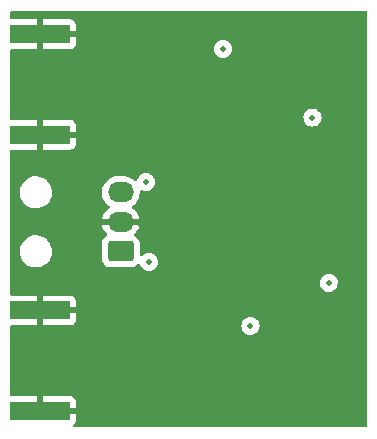
<source format=gbl>
%TF.GenerationSoftware,KiCad,Pcbnew,6.0.2-378541a8eb~116~ubuntu20.04.1*%
%TF.CreationDate,2022-03-10T11:15:54-06:00*%
%TF.ProjectId,lna_sma_10x,6c6e615f-736d-4615-9f31-30782e6b6963,1.0*%
%TF.SameCoordinates,Original*%
%TF.FileFunction,Copper,L4,Bot*%
%TF.FilePolarity,Positive*%
%FSLAX46Y46*%
G04 Gerber Fmt 4.6, Leading zero omitted, Abs format (unit mm)*
G04 Created by KiCad (PCBNEW 6.0.2-378541a8eb~116~ubuntu20.04.1) date 2022-03-10 11:15:54*
%MOMM*%
%LPD*%
G01*
G04 APERTURE LIST*
G04 Aperture macros list*
%AMRoundRect*
0 Rectangle with rounded corners*
0 $1 Rounding radius*
0 $2 $3 $4 $5 $6 $7 $8 $9 X,Y pos of 4 corners*
0 Add a 4 corners polygon primitive as box body*
4,1,4,$2,$3,$4,$5,$6,$7,$8,$9,$2,$3,0*
0 Add four circle primitives for the rounded corners*
1,1,$1+$1,$2,$3*
1,1,$1+$1,$4,$5*
1,1,$1+$1,$6,$7*
1,1,$1+$1,$8,$9*
0 Add four rect primitives between the rounded corners*
20,1,$1+$1,$2,$3,$4,$5,0*
20,1,$1+$1,$4,$5,$6,$7,0*
20,1,$1+$1,$6,$7,$8,$9,0*
20,1,$1+$1,$8,$9,$2,$3,0*%
G04 Aperture macros list end*
%TA.AperFunction,SMDPad,CuDef*%
%ADD10R,5.080000X1.500000*%
%TD*%
%TA.AperFunction,ComponentPad*%
%ADD11RoundRect,0.250000X0.850000X0.600000X-0.850000X0.600000X-0.850000X-0.600000X0.850000X-0.600000X0*%
%TD*%
%TA.AperFunction,ComponentPad*%
%ADD12O,2.200000X1.700000*%
%TD*%
%TA.AperFunction,ViaPad*%
%ADD13C,0.508000*%
%TD*%
%TA.AperFunction,Conductor*%
%ADD14C,0.203200*%
%TD*%
G04 APERTURE END LIST*
D10*
%TO.P,J3,2,Ext*%
%TO.N,GND*%
X103037500Y-62350000D03*
X103037500Y-53850000D03*
%TD*%
D11*
%TO.P,J2,1,Pin_1*%
%TO.N,+5V*%
X109865000Y-72225000D03*
D12*
%TO.P,J2,2,Pin_2*%
%TO.N,GND*%
X109865000Y-69725000D03*
%TO.P,J2,3,Pin_3*%
%TO.N,-5V*%
X109865000Y-67225000D03*
%TD*%
D10*
%TO.P,J1,2,Ext*%
%TO.N,GND*%
X103037488Y-85724996D03*
X103037488Y-77224996D03*
%TD*%
D13*
%TO.N,GND*%
X115375000Y-68500000D03*
%TO.N,+5V*%
X112250000Y-73125000D03*
%TO.N,-5V*%
X112000000Y-66375000D03*
X120850000Y-78525000D03*
%TO.N,GND*%
X111425000Y-69825000D03*
X111225000Y-76925000D03*
X106075000Y-85725000D03*
X106000000Y-77225000D03*
X119400000Y-84075000D03*
X127950000Y-78250000D03*
%TO.N,+5V*%
X127475000Y-74900000D03*
%TO.N,GND*%
X126975000Y-58050000D03*
%TO.N,+5V*%
X126100000Y-60900000D03*
%TO.N,-5V*%
X118525000Y-55075000D03*
%TO.N,GND*%
X106000000Y-62350000D03*
X106275000Y-53850000D03*
X112500000Y-55075000D03*
%TD*%
D14*
%TO.N,GND*%
X106074991Y-85724996D02*
G75*
G02*
X106075000Y-85725000I0J-11D01*
G01*
X106074991Y-85724996D02*
X103037488Y-85724996D01*
X103037488Y-77224996D02*
X105999991Y-77224996D01*
X106000000Y-77225000D02*
G75*
G03*
X105999991Y-77224996I-9J-7D01*
G01*
X103037500Y-62350000D02*
X106000000Y-62350000D01*
X103037500Y-53850000D02*
X106275000Y-53850000D01*
%TD*%
%TA.AperFunction,Conductor*%
%TO.N,GND*%
G36*
X130692121Y-51895002D02*
G01*
X130738614Y-51948658D01*
X130750000Y-52001000D01*
X130750000Y-86999000D01*
X130729998Y-87067121D01*
X130676342Y-87113614D01*
X130624000Y-87125000D01*
X105935533Y-87125000D01*
X105867412Y-87104998D01*
X105820919Y-87051342D01*
X105810815Y-86981068D01*
X105840309Y-86916488D01*
X105859968Y-86898174D01*
X105933212Y-86843281D01*
X105945773Y-86830720D01*
X106022274Y-86728645D01*
X106030812Y-86713050D01*
X106075966Y-86592602D01*
X106079593Y-86577347D01*
X106085119Y-86526482D01*
X106085488Y-86519668D01*
X106085488Y-85997111D01*
X106081013Y-85981872D01*
X106079623Y-85980667D01*
X106071940Y-85978996D01*
X102909488Y-85978996D01*
X102841367Y-85958994D01*
X102794874Y-85905338D01*
X102783488Y-85852996D01*
X102783488Y-85452881D01*
X103291488Y-85452881D01*
X103295963Y-85468120D01*
X103297353Y-85469325D01*
X103305036Y-85470996D01*
X106067372Y-85470996D01*
X106082611Y-85466521D01*
X106083816Y-85465131D01*
X106085487Y-85457448D01*
X106085487Y-84930327D01*
X106085117Y-84923506D01*
X106079593Y-84872644D01*
X106075967Y-84857392D01*
X106030812Y-84736942D01*
X106022274Y-84721347D01*
X105945773Y-84619272D01*
X105933212Y-84606711D01*
X105831137Y-84530210D01*
X105815542Y-84521672D01*
X105695094Y-84476518D01*
X105679839Y-84472891D01*
X105628974Y-84467365D01*
X105622160Y-84466996D01*
X103309603Y-84466996D01*
X103294364Y-84471471D01*
X103293159Y-84472861D01*
X103291488Y-84480544D01*
X103291488Y-85452881D01*
X102783488Y-85452881D01*
X102783488Y-84485112D01*
X102779013Y-84469873D01*
X102777623Y-84468668D01*
X102769940Y-84466997D01*
X100634000Y-84466997D01*
X100565879Y-84446995D01*
X100519386Y-84393339D01*
X100508000Y-84340997D01*
X100508000Y-78608996D01*
X100528002Y-78540875D01*
X100558687Y-78514286D01*
X120082750Y-78514286D01*
X120099443Y-78684536D01*
X120153440Y-78846856D01*
X120157087Y-78852878D01*
X120157088Y-78852880D01*
X120238406Y-78987154D01*
X120238409Y-78987157D01*
X120242056Y-78993180D01*
X120360889Y-79116234D01*
X120504030Y-79209903D01*
X120510634Y-79212359D01*
X120510636Y-79212360D01*
X120657757Y-79267074D01*
X120657759Y-79267074D01*
X120664367Y-79269532D01*
X120743454Y-79280085D01*
X120826949Y-79291226D01*
X120826953Y-79291226D01*
X120833930Y-79292157D01*
X120840941Y-79291519D01*
X120840945Y-79291519D01*
X120997273Y-79277292D01*
X120997275Y-79277292D01*
X121004292Y-79276653D01*
X121010990Y-79274477D01*
X121010993Y-79274476D01*
X121160289Y-79225966D01*
X121160291Y-79225965D01*
X121166985Y-79223790D01*
X121313924Y-79136197D01*
X121437805Y-79018227D01*
X121451079Y-78998249D01*
X121528570Y-78881614D01*
X121532471Y-78875743D01*
X121593218Y-78715826D01*
X121617026Y-78546425D01*
X121617325Y-78525000D01*
X121598256Y-78355000D01*
X121548825Y-78213050D01*
X121544314Y-78200097D01*
X121544313Y-78200095D01*
X121541999Y-78193450D01*
X121451348Y-78048378D01*
X121438159Y-78035096D01*
X121335772Y-77931992D01*
X121330809Y-77926994D01*
X121265539Y-77885573D01*
X121192316Y-77839104D01*
X121192313Y-77839102D01*
X121186373Y-77835333D01*
X121179740Y-77832971D01*
X121031854Y-77780311D01*
X121031849Y-77780310D01*
X121025219Y-77777949D01*
X121018231Y-77777116D01*
X121018228Y-77777115D01*
X120902655Y-77763334D01*
X120855357Y-77757694D01*
X120848354Y-77758430D01*
X120848353Y-77758430D01*
X120803958Y-77763096D01*
X120685228Y-77775575D01*
X120675071Y-77779033D01*
X120529956Y-77828434D01*
X120529953Y-77828435D01*
X120523289Y-77830704D01*
X120377588Y-77920340D01*
X120372557Y-77925267D01*
X120372554Y-77925269D01*
X120365689Y-77931992D01*
X120255366Y-78040028D01*
X120251547Y-78045953D01*
X120251546Y-78045955D01*
X120246135Y-78054352D01*
X120162698Y-78183820D01*
X120160287Y-78190443D01*
X120160286Y-78190446D01*
X120106600Y-78337947D01*
X120106599Y-78337952D01*
X120104190Y-78344570D01*
X120082750Y-78514286D01*
X100558687Y-78514286D01*
X100581658Y-78494382D01*
X100634000Y-78482996D01*
X102765373Y-78482996D01*
X102780612Y-78478521D01*
X102781817Y-78477131D01*
X102783488Y-78469448D01*
X102783488Y-78464880D01*
X103291488Y-78464880D01*
X103295963Y-78480119D01*
X103297353Y-78481324D01*
X103305036Y-78482995D01*
X105622157Y-78482995D01*
X105628978Y-78482625D01*
X105679840Y-78477101D01*
X105695092Y-78473475D01*
X105815542Y-78428320D01*
X105831137Y-78419782D01*
X105933212Y-78343281D01*
X105945773Y-78330720D01*
X106022274Y-78228645D01*
X106030812Y-78213050D01*
X106075966Y-78092602D01*
X106079593Y-78077347D01*
X106085119Y-78026482D01*
X106085488Y-78019668D01*
X106085488Y-77497111D01*
X106081013Y-77481872D01*
X106079623Y-77480667D01*
X106071940Y-77478996D01*
X103309603Y-77478996D01*
X103294364Y-77483471D01*
X103293159Y-77484861D01*
X103291488Y-77492544D01*
X103291488Y-78464880D01*
X102783488Y-78464880D01*
X102783488Y-76952881D01*
X103291488Y-76952881D01*
X103295963Y-76968120D01*
X103297353Y-76969325D01*
X103305036Y-76970996D01*
X106067372Y-76970996D01*
X106082611Y-76966521D01*
X106083816Y-76965131D01*
X106085487Y-76957448D01*
X106085487Y-76430327D01*
X106085117Y-76423506D01*
X106079593Y-76372644D01*
X106075967Y-76357392D01*
X106030812Y-76236942D01*
X106022274Y-76221347D01*
X105945773Y-76119272D01*
X105933212Y-76106711D01*
X105831137Y-76030210D01*
X105815542Y-76021672D01*
X105695094Y-75976518D01*
X105679839Y-75972891D01*
X105628974Y-75967365D01*
X105622160Y-75966996D01*
X103309603Y-75966996D01*
X103294364Y-75971471D01*
X103293159Y-75972861D01*
X103291488Y-75980544D01*
X103291488Y-76952881D01*
X102783488Y-76952881D01*
X102783488Y-75985112D01*
X102779013Y-75969873D01*
X102777623Y-75968668D01*
X102769940Y-75966997D01*
X100634000Y-75966997D01*
X100565879Y-75946995D01*
X100519386Y-75893339D01*
X100508000Y-75840997D01*
X100508000Y-74889286D01*
X126707750Y-74889286D01*
X126724443Y-75059536D01*
X126778440Y-75221856D01*
X126782087Y-75227878D01*
X126782088Y-75227880D01*
X126863406Y-75362154D01*
X126863409Y-75362157D01*
X126867056Y-75368180D01*
X126985889Y-75491234D01*
X127129030Y-75584903D01*
X127135634Y-75587359D01*
X127135636Y-75587360D01*
X127282757Y-75642074D01*
X127282759Y-75642074D01*
X127289367Y-75644532D01*
X127368454Y-75655085D01*
X127451949Y-75666226D01*
X127451953Y-75666226D01*
X127458930Y-75667157D01*
X127465941Y-75666519D01*
X127465945Y-75666519D01*
X127622273Y-75652292D01*
X127622275Y-75652292D01*
X127629292Y-75651653D01*
X127635990Y-75649477D01*
X127635993Y-75649476D01*
X127785289Y-75600966D01*
X127785291Y-75600965D01*
X127791985Y-75598790D01*
X127938924Y-75511197D01*
X128062805Y-75393227D01*
X128076079Y-75373249D01*
X128153570Y-75256614D01*
X128157471Y-75250743D01*
X128218218Y-75090826D01*
X128242026Y-74921425D01*
X128242325Y-74900000D01*
X128223256Y-74730000D01*
X128166999Y-74568450D01*
X128076348Y-74423378D01*
X128063159Y-74410096D01*
X127960772Y-74306992D01*
X127955809Y-74301994D01*
X127890539Y-74260573D01*
X127817316Y-74214104D01*
X127817313Y-74214102D01*
X127811373Y-74210333D01*
X127804740Y-74207971D01*
X127656854Y-74155311D01*
X127656849Y-74155310D01*
X127650219Y-74152949D01*
X127643231Y-74152116D01*
X127643228Y-74152115D01*
X127527655Y-74138334D01*
X127480357Y-74132694D01*
X127473354Y-74133430D01*
X127473353Y-74133430D01*
X127428958Y-74138096D01*
X127310228Y-74150575D01*
X127300071Y-74154033D01*
X127154956Y-74203434D01*
X127154953Y-74203435D01*
X127148289Y-74205704D01*
X127002588Y-74295340D01*
X126997557Y-74300267D01*
X126997554Y-74300269D01*
X126990689Y-74306992D01*
X126880366Y-74415028D01*
X126876547Y-74420953D01*
X126876546Y-74420955D01*
X126871135Y-74429352D01*
X126787698Y-74558820D01*
X126785287Y-74565443D01*
X126785286Y-74565446D01*
X126731600Y-74712947D01*
X126731599Y-74712952D01*
X126729190Y-74719570D01*
X126707750Y-74889286D01*
X100508000Y-74889286D01*
X100508000Y-72160774D01*
X101323102Y-72160774D01*
X101331751Y-72391158D01*
X101379093Y-72616791D01*
X101381051Y-72621750D01*
X101381052Y-72621752D01*
X101393927Y-72654352D01*
X101463776Y-72831221D01*
X101466543Y-72835780D01*
X101466544Y-72835783D01*
X101528998Y-72938703D01*
X101583377Y-73028317D01*
X101586874Y-73032347D01*
X101685866Y-73146425D01*
X101734477Y-73202445D01*
X101738608Y-73205832D01*
X101908627Y-73345240D01*
X101908633Y-73345244D01*
X101912755Y-73348624D01*
X101917391Y-73351263D01*
X101917394Y-73351265D01*
X102051025Y-73427332D01*
X102113114Y-73462675D01*
X102329825Y-73541337D01*
X102335074Y-73542286D01*
X102335077Y-73542287D01*
X102552608Y-73581623D01*
X102552615Y-73581624D01*
X102556692Y-73582361D01*
X102573889Y-73583172D01*
X102579356Y-73583430D01*
X102579363Y-73583430D01*
X102580844Y-73583500D01*
X102742890Y-73583500D01*
X102809809Y-73577822D01*
X102909409Y-73569371D01*
X102909413Y-73569370D01*
X102914720Y-73568920D01*
X102919875Y-73567582D01*
X102919881Y-73567581D01*
X103132703Y-73512343D01*
X103132707Y-73512342D01*
X103137872Y-73511001D01*
X103142738Y-73508809D01*
X103142741Y-73508808D01*
X103343202Y-73418507D01*
X103348075Y-73416312D01*
X103539319Y-73287559D01*
X103556464Y-73271204D01*
X103632769Y-73198412D01*
X103706135Y-73128424D01*
X103711613Y-73121062D01*
X103840568Y-72947740D01*
X103843754Y-72943458D01*
X103878357Y-72875400D01*
X108256500Y-72875400D01*
X108256837Y-72878646D01*
X108256837Y-72878650D01*
X108264006Y-72947740D01*
X108267474Y-72981166D01*
X108269655Y-72987702D01*
X108269655Y-72987704D01*
X108283205Y-73028317D01*
X108323450Y-73148946D01*
X108416522Y-73299348D01*
X108541697Y-73424305D01*
X108547927Y-73428145D01*
X108547928Y-73428146D01*
X108685090Y-73512694D01*
X108692262Y-73517115D01*
X108768154Y-73542287D01*
X108853611Y-73570632D01*
X108853613Y-73570632D01*
X108860139Y-73572797D01*
X108866975Y-73573497D01*
X108866978Y-73573498D01*
X108910031Y-73577909D01*
X108964600Y-73583500D01*
X110765400Y-73583500D01*
X110768646Y-73583163D01*
X110768650Y-73583163D01*
X110864308Y-73573238D01*
X110864312Y-73573237D01*
X110871166Y-73572526D01*
X110877702Y-73570345D01*
X110877704Y-73570345D01*
X111009806Y-73526272D01*
X111038946Y-73516550D01*
X111189348Y-73423478D01*
X111312332Y-73300279D01*
X111374613Y-73266201D01*
X111445433Y-73271204D01*
X111502306Y-73313701D01*
X111521062Y-73349526D01*
X111553440Y-73446856D01*
X111557087Y-73452878D01*
X111557088Y-73452880D01*
X111638406Y-73587154D01*
X111638409Y-73587157D01*
X111642056Y-73593180D01*
X111760889Y-73716234D01*
X111904030Y-73809903D01*
X111910634Y-73812359D01*
X111910636Y-73812360D01*
X112057757Y-73867074D01*
X112057759Y-73867074D01*
X112064367Y-73869532D01*
X112143454Y-73880085D01*
X112226949Y-73891226D01*
X112226953Y-73891226D01*
X112233930Y-73892157D01*
X112240941Y-73891519D01*
X112240945Y-73891519D01*
X112397273Y-73877292D01*
X112397275Y-73877292D01*
X112404292Y-73876653D01*
X112410990Y-73874477D01*
X112410993Y-73874476D01*
X112560289Y-73825966D01*
X112560291Y-73825965D01*
X112566985Y-73823790D01*
X112713924Y-73736197D01*
X112837805Y-73618227D01*
X112851079Y-73598249D01*
X112888259Y-73542287D01*
X112932471Y-73475743D01*
X112993218Y-73315826D01*
X112999489Y-73271204D01*
X113016475Y-73150347D01*
X113016475Y-73150344D01*
X113017026Y-73146425D01*
X113017325Y-73125000D01*
X112998256Y-72955000D01*
X112971669Y-72878650D01*
X112944314Y-72800097D01*
X112944313Y-72800095D01*
X112941999Y-72793450D01*
X112851348Y-72648378D01*
X112839027Y-72635970D01*
X112735772Y-72531992D01*
X112730809Y-72526994D01*
X112665539Y-72485573D01*
X112592316Y-72439104D01*
X112592313Y-72439102D01*
X112586373Y-72435333D01*
X112579740Y-72432971D01*
X112431854Y-72380311D01*
X112431849Y-72380310D01*
X112425219Y-72377949D01*
X112418231Y-72377116D01*
X112418228Y-72377115D01*
X112302655Y-72363334D01*
X112255357Y-72357694D01*
X112248354Y-72358430D01*
X112248353Y-72358430D01*
X112203958Y-72363096D01*
X112085228Y-72375575D01*
X112075071Y-72379033D01*
X111929956Y-72428434D01*
X111929953Y-72428435D01*
X111923289Y-72430704D01*
X111777588Y-72520340D01*
X111735744Y-72561316D01*
X111687657Y-72608406D01*
X111624992Y-72641776D01*
X111554233Y-72635970D01*
X111497846Y-72592830D01*
X111473734Y-72526053D01*
X111473500Y-72518382D01*
X111473500Y-71574600D01*
X111466932Y-71511297D01*
X111463238Y-71475692D01*
X111463237Y-71475688D01*
X111462526Y-71468834D01*
X111448317Y-71426243D01*
X111408868Y-71308002D01*
X111406550Y-71301054D01*
X111313478Y-71150652D01*
X111188303Y-71025695D01*
X111042220Y-70935647D01*
X110994727Y-70882876D01*
X110983303Y-70812804D01*
X111011577Y-70747680D01*
X111021364Y-70737218D01*
X111131906Y-70631766D01*
X111138941Y-70623814D01*
X111270141Y-70447475D01*
X111275745Y-70438438D01*
X111375357Y-70242516D01*
X111379357Y-70232665D01*
X111444534Y-70022760D01*
X111446817Y-70012376D01*
X111448861Y-69996957D01*
X111446665Y-69982793D01*
X111433478Y-69979000D01*
X108298808Y-69979000D01*
X108285277Y-69982973D01*
X108283752Y-69993580D01*
X108308477Y-70111421D01*
X108311537Y-70121617D01*
X108392263Y-70326029D01*
X108396994Y-70335561D01*
X108511016Y-70523462D01*
X108517280Y-70532052D01*
X108661327Y-70698052D01*
X108668956Y-70705470D01*
X108700569Y-70731391D01*
X108740564Y-70790051D01*
X108742496Y-70861021D01*
X108705752Y-70921770D01*
X108686983Y-70935969D01*
X108540652Y-71026522D01*
X108415695Y-71151697D01*
X108322885Y-71302262D01*
X108320581Y-71309209D01*
X108281763Y-71426243D01*
X108267203Y-71470139D01*
X108256500Y-71574600D01*
X108256500Y-72875400D01*
X103878357Y-72875400D01*
X103920022Y-72793450D01*
X103948240Y-72737949D01*
X103984321Y-72621752D01*
X104015024Y-72522871D01*
X104016607Y-72517773D01*
X104027034Y-72439104D01*
X104046198Y-72294511D01*
X104046198Y-72294506D01*
X104046898Y-72289226D01*
X104038249Y-72058842D01*
X103990907Y-71833209D01*
X103906224Y-71618779D01*
X103881398Y-71577866D01*
X103789390Y-71426243D01*
X103786623Y-71421683D01*
X103699755Y-71321576D01*
X103639023Y-71251588D01*
X103639021Y-71251586D01*
X103635523Y-71247555D01*
X103593970Y-71213484D01*
X103461373Y-71104760D01*
X103461367Y-71104756D01*
X103457245Y-71101376D01*
X103452609Y-71098737D01*
X103452606Y-71098735D01*
X103261529Y-70989968D01*
X103256886Y-70987325D01*
X103040175Y-70908663D01*
X103034926Y-70907714D01*
X103034923Y-70907713D01*
X102817392Y-70868377D01*
X102817385Y-70868376D01*
X102813308Y-70867639D01*
X102795586Y-70866803D01*
X102790644Y-70866570D01*
X102790637Y-70866570D01*
X102789156Y-70866500D01*
X102627110Y-70866500D01*
X102560191Y-70872178D01*
X102460591Y-70880629D01*
X102460587Y-70880630D01*
X102455280Y-70881080D01*
X102450125Y-70882418D01*
X102450119Y-70882419D01*
X102237297Y-70937657D01*
X102237293Y-70937658D01*
X102232128Y-70938999D01*
X102227262Y-70941191D01*
X102227259Y-70941192D01*
X102118980Y-70989968D01*
X102021925Y-71033688D01*
X101830681Y-71162441D01*
X101663865Y-71321576D01*
X101526246Y-71506542D01*
X101523830Y-71511293D01*
X101523828Y-71511297D01*
X101490008Y-71577817D01*
X101421760Y-71712051D01*
X101420178Y-71717145D01*
X101420177Y-71717148D01*
X101358115Y-71917020D01*
X101353393Y-71932227D01*
X101352692Y-71937516D01*
X101337304Y-72053623D01*
X101323102Y-72160774D01*
X100508000Y-72160774D01*
X100508000Y-67160774D01*
X101323102Y-67160774D01*
X101331751Y-67391158D01*
X101379093Y-67616791D01*
X101463776Y-67831221D01*
X101583377Y-68028317D01*
X101586874Y-68032347D01*
X101673438Y-68132103D01*
X101734477Y-68202445D01*
X101738608Y-68205832D01*
X101908627Y-68345240D01*
X101908633Y-68345244D01*
X101912755Y-68348624D01*
X101917391Y-68351263D01*
X101917394Y-68351265D01*
X102035522Y-68418507D01*
X102113114Y-68462675D01*
X102329825Y-68541337D01*
X102335074Y-68542286D01*
X102335077Y-68542287D01*
X102552608Y-68581623D01*
X102552615Y-68581624D01*
X102556692Y-68582361D01*
X102574414Y-68583197D01*
X102579356Y-68583430D01*
X102579363Y-68583430D01*
X102580844Y-68583500D01*
X102742890Y-68583500D01*
X102809809Y-68577822D01*
X102909409Y-68569371D01*
X102909413Y-68569370D01*
X102914720Y-68568920D01*
X102919875Y-68567582D01*
X102919881Y-68567581D01*
X103132703Y-68512343D01*
X103132707Y-68512342D01*
X103137872Y-68511001D01*
X103142738Y-68508809D01*
X103142741Y-68508808D01*
X103343202Y-68418507D01*
X103348075Y-68416312D01*
X103539319Y-68287559D01*
X103706135Y-68128424D01*
X103843754Y-67943458D01*
X103948240Y-67737949D01*
X103984321Y-67621752D01*
X104015024Y-67522871D01*
X104016607Y-67517773D01*
X104017308Y-67512484D01*
X104046198Y-67294511D01*
X104046198Y-67294506D01*
X104046898Y-67289226D01*
X104042076Y-67160774D01*
X108253102Y-67160774D01*
X108261751Y-67391158D01*
X108309093Y-67616791D01*
X108393776Y-67831221D01*
X108513377Y-68028317D01*
X108516874Y-68032347D01*
X108603438Y-68132103D01*
X108664477Y-68202445D01*
X108668608Y-68205832D01*
X108838627Y-68345240D01*
X108838633Y-68345244D01*
X108842755Y-68348624D01*
X108847395Y-68351265D01*
X108847398Y-68351267D01*
X108874735Y-68366829D01*
X108924041Y-68417912D01*
X108937902Y-68487542D01*
X108911918Y-68553613D01*
X108882768Y-68580851D01*
X108765422Y-68659852D01*
X108757130Y-68666519D01*
X108598100Y-68818228D01*
X108591059Y-68826186D01*
X108459859Y-69002525D01*
X108454255Y-69011562D01*
X108354643Y-69207484D01*
X108350643Y-69217335D01*
X108285466Y-69427240D01*
X108283183Y-69437624D01*
X108281139Y-69453043D01*
X108283335Y-69467207D01*
X108296522Y-69471000D01*
X111431192Y-69471000D01*
X111444723Y-69467027D01*
X111446248Y-69456420D01*
X111421523Y-69338579D01*
X111418463Y-69328383D01*
X111337737Y-69123971D01*
X111333006Y-69114439D01*
X111218984Y-68926538D01*
X111212720Y-68917948D01*
X111068673Y-68751948D01*
X111061042Y-68744528D01*
X110891089Y-68605174D01*
X110882326Y-68599152D01*
X110855289Y-68583762D01*
X110805982Y-68532680D01*
X110792120Y-68463049D01*
X110818103Y-68396978D01*
X110847253Y-68369739D01*
X110900532Y-68333869D01*
X110969319Y-68287559D01*
X111136135Y-68128424D01*
X111273754Y-67943458D01*
X111378240Y-67737949D01*
X111414321Y-67621752D01*
X111445024Y-67522871D01*
X111446607Y-67517773D01*
X111447308Y-67512484D01*
X111476198Y-67294511D01*
X111476198Y-67294506D01*
X111476898Y-67289226D01*
X111472681Y-67176908D01*
X111490113Y-67108086D01*
X111541986Y-67059613D01*
X111611832Y-67046880D01*
X111652388Y-67058828D01*
X111654030Y-67059903D01*
X111665512Y-67064173D01*
X111807757Y-67117074D01*
X111807759Y-67117074D01*
X111814367Y-67119532D01*
X111893454Y-67130085D01*
X111976949Y-67141226D01*
X111976953Y-67141226D01*
X111983930Y-67142157D01*
X111990941Y-67141519D01*
X111990945Y-67141519D01*
X112147273Y-67127292D01*
X112147275Y-67127292D01*
X112154292Y-67126653D01*
X112160990Y-67124477D01*
X112160993Y-67124476D01*
X112310289Y-67075966D01*
X112310291Y-67075965D01*
X112316985Y-67073790D01*
X112463924Y-66986197D01*
X112587805Y-66868227D01*
X112607604Y-66838428D01*
X112678570Y-66731614D01*
X112682471Y-66725743D01*
X112743218Y-66565826D01*
X112757467Y-66464443D01*
X112766475Y-66400347D01*
X112766475Y-66400344D01*
X112767026Y-66396425D01*
X112767325Y-66375000D01*
X112748256Y-66205000D01*
X112742145Y-66187449D01*
X112694314Y-66050097D01*
X112694313Y-66050095D01*
X112691999Y-66043450D01*
X112684528Y-66031493D01*
X112605081Y-65904352D01*
X112601348Y-65898378D01*
X112588159Y-65885096D01*
X112485772Y-65781992D01*
X112480809Y-65776994D01*
X112415539Y-65735573D01*
X112342316Y-65689104D01*
X112342313Y-65689102D01*
X112336373Y-65685333D01*
X112329740Y-65682971D01*
X112181854Y-65630311D01*
X112181849Y-65630310D01*
X112175219Y-65627949D01*
X112168231Y-65627116D01*
X112168228Y-65627115D01*
X112052655Y-65613334D01*
X112005357Y-65607694D01*
X111998354Y-65608430D01*
X111998353Y-65608430D01*
X111953958Y-65613096D01*
X111835228Y-65625575D01*
X111825071Y-65629033D01*
X111679956Y-65678434D01*
X111679953Y-65678435D01*
X111673289Y-65680704D01*
X111527588Y-65770340D01*
X111522557Y-65775267D01*
X111522554Y-65775269D01*
X111515689Y-65781992D01*
X111405366Y-65890028D01*
X111401547Y-65895953D01*
X111401546Y-65895955D01*
X111392183Y-65910484D01*
X111312698Y-66033820D01*
X111306774Y-66050097D01*
X111256782Y-66187449D01*
X111214688Y-66244620D01*
X111148367Y-66269958D01*
X111078875Y-66255417D01*
X111058490Y-66241788D01*
X110891373Y-66104760D01*
X110891367Y-66104756D01*
X110887245Y-66101376D01*
X110882609Y-66098737D01*
X110882606Y-66098735D01*
X110691529Y-65989968D01*
X110686886Y-65987325D01*
X110470175Y-65908663D01*
X110464926Y-65907714D01*
X110464923Y-65907713D01*
X110247392Y-65868377D01*
X110247385Y-65868376D01*
X110243308Y-65867639D01*
X110225586Y-65866803D01*
X110220644Y-65866570D01*
X110220637Y-65866570D01*
X110219156Y-65866500D01*
X109557110Y-65866500D01*
X109490191Y-65872178D01*
X109390591Y-65880629D01*
X109390587Y-65880630D01*
X109385280Y-65881080D01*
X109380125Y-65882418D01*
X109380119Y-65882419D01*
X109167297Y-65937657D01*
X109167293Y-65937658D01*
X109162128Y-65938999D01*
X109157262Y-65941191D01*
X109157259Y-65941192D01*
X109048980Y-65989968D01*
X108951925Y-66033688D01*
X108760681Y-66162441D01*
X108593865Y-66321576D01*
X108456246Y-66506542D01*
X108453830Y-66511293D01*
X108453828Y-66511297D01*
X108422758Y-66572408D01*
X108351760Y-66712051D01*
X108350178Y-66717145D01*
X108350177Y-66717148D01*
X108305089Y-66862356D01*
X108283393Y-66932227D01*
X108282692Y-66937516D01*
X108255693Y-67141226D01*
X108253102Y-67160774D01*
X104042076Y-67160774D01*
X104038249Y-67058842D01*
X103990907Y-66833209D01*
X103950785Y-66731614D01*
X103908185Y-66623744D01*
X103908184Y-66623742D01*
X103906224Y-66618779D01*
X103878086Y-66572408D01*
X103789390Y-66426243D01*
X103786623Y-66421683D01*
X103699755Y-66321576D01*
X103639023Y-66251588D01*
X103639021Y-66251586D01*
X103635523Y-66247555D01*
X103592158Y-66211998D01*
X103461373Y-66104760D01*
X103461367Y-66104756D01*
X103457245Y-66101376D01*
X103452609Y-66098737D01*
X103452606Y-66098735D01*
X103261529Y-65989968D01*
X103256886Y-65987325D01*
X103040175Y-65908663D01*
X103034926Y-65907714D01*
X103034923Y-65907713D01*
X102817392Y-65868377D01*
X102817385Y-65868376D01*
X102813308Y-65867639D01*
X102795586Y-65866803D01*
X102790644Y-65866570D01*
X102790637Y-65866570D01*
X102789156Y-65866500D01*
X102627110Y-65866500D01*
X102560191Y-65872178D01*
X102460591Y-65880629D01*
X102460587Y-65880630D01*
X102455280Y-65881080D01*
X102450125Y-65882418D01*
X102450119Y-65882419D01*
X102237297Y-65937657D01*
X102237293Y-65937658D01*
X102232128Y-65938999D01*
X102227262Y-65941191D01*
X102227259Y-65941192D01*
X102118980Y-65989968D01*
X102021925Y-66033688D01*
X101830681Y-66162441D01*
X101663865Y-66321576D01*
X101526246Y-66506542D01*
X101523830Y-66511293D01*
X101523828Y-66511297D01*
X101492758Y-66572408D01*
X101421760Y-66712051D01*
X101420178Y-66717145D01*
X101420177Y-66717148D01*
X101375089Y-66862356D01*
X101353393Y-66932227D01*
X101352692Y-66937516D01*
X101325693Y-67141226D01*
X101323102Y-67160774D01*
X100508000Y-67160774D01*
X100508000Y-63734000D01*
X100528002Y-63665879D01*
X100581658Y-63619386D01*
X100634000Y-63608000D01*
X102765385Y-63608000D01*
X102780624Y-63603525D01*
X102781829Y-63602135D01*
X102783500Y-63594452D01*
X102783500Y-63589884D01*
X103291500Y-63589884D01*
X103295975Y-63605123D01*
X103297365Y-63606328D01*
X103305048Y-63607999D01*
X105622169Y-63607999D01*
X105628990Y-63607629D01*
X105679852Y-63602105D01*
X105695104Y-63598479D01*
X105815554Y-63553324D01*
X105831149Y-63544786D01*
X105933224Y-63468285D01*
X105945785Y-63455724D01*
X106022286Y-63353649D01*
X106030824Y-63338054D01*
X106075978Y-63217606D01*
X106079605Y-63202351D01*
X106085131Y-63151486D01*
X106085500Y-63144672D01*
X106085500Y-62622115D01*
X106081025Y-62606876D01*
X106079635Y-62605671D01*
X106071952Y-62604000D01*
X103309615Y-62604000D01*
X103294376Y-62608475D01*
X103293171Y-62609865D01*
X103291500Y-62617548D01*
X103291500Y-63589884D01*
X102783500Y-63589884D01*
X102783500Y-62077885D01*
X103291500Y-62077885D01*
X103295975Y-62093124D01*
X103297365Y-62094329D01*
X103305048Y-62096000D01*
X106067384Y-62096000D01*
X106082623Y-62091525D01*
X106083828Y-62090135D01*
X106085499Y-62082452D01*
X106085499Y-61555331D01*
X106085129Y-61548510D01*
X106079605Y-61497648D01*
X106075979Y-61482396D01*
X106030824Y-61361946D01*
X106022286Y-61346351D01*
X105945785Y-61244276D01*
X105933224Y-61231715D01*
X105831149Y-61155214D01*
X105815554Y-61146676D01*
X105695106Y-61101522D01*
X105679851Y-61097895D01*
X105628986Y-61092369D01*
X105622172Y-61092000D01*
X103309615Y-61092000D01*
X103294376Y-61096475D01*
X103293171Y-61097865D01*
X103291500Y-61105548D01*
X103291500Y-62077885D01*
X102783500Y-62077885D01*
X102783500Y-61110116D01*
X102779025Y-61094877D01*
X102777635Y-61093672D01*
X102769952Y-61092001D01*
X100634000Y-61092001D01*
X100565879Y-61071999D01*
X100519386Y-61018343D01*
X100508000Y-60966001D01*
X100508000Y-60889286D01*
X125332750Y-60889286D01*
X125349443Y-61059536D01*
X125403440Y-61221856D01*
X125407087Y-61227878D01*
X125407088Y-61227880D01*
X125488406Y-61362154D01*
X125488409Y-61362157D01*
X125492056Y-61368180D01*
X125610889Y-61491234D01*
X125754030Y-61584903D01*
X125760634Y-61587359D01*
X125760636Y-61587360D01*
X125907757Y-61642074D01*
X125907759Y-61642074D01*
X125914367Y-61644532D01*
X125993454Y-61655085D01*
X126076949Y-61666226D01*
X126076953Y-61666226D01*
X126083930Y-61667157D01*
X126090941Y-61666519D01*
X126090945Y-61666519D01*
X126247273Y-61652292D01*
X126247275Y-61652292D01*
X126254292Y-61651653D01*
X126260990Y-61649477D01*
X126260993Y-61649476D01*
X126410289Y-61600966D01*
X126410291Y-61600965D01*
X126416985Y-61598790D01*
X126452369Y-61577697D01*
X126557872Y-61514805D01*
X126557874Y-61514804D01*
X126563924Y-61511197D01*
X126687805Y-61393227D01*
X126701079Y-61373249D01*
X126778570Y-61256614D01*
X126782471Y-61250743D01*
X126822191Y-61146179D01*
X126840718Y-61097408D01*
X126840719Y-61097406D01*
X126843218Y-61090826D01*
X126867026Y-60921425D01*
X126867325Y-60900000D01*
X126848256Y-60730000D01*
X126791999Y-60568450D01*
X126701348Y-60423378D01*
X126688159Y-60410096D01*
X126585772Y-60306992D01*
X126580809Y-60301994D01*
X126515539Y-60260573D01*
X126442316Y-60214104D01*
X126442313Y-60214102D01*
X126436373Y-60210333D01*
X126429740Y-60207971D01*
X126281854Y-60155311D01*
X126281849Y-60155310D01*
X126275219Y-60152949D01*
X126268231Y-60152116D01*
X126268228Y-60152115D01*
X126152655Y-60138334D01*
X126105357Y-60132694D01*
X126098354Y-60133430D01*
X126098353Y-60133430D01*
X126053958Y-60138096D01*
X125935228Y-60150575D01*
X125925071Y-60154033D01*
X125779956Y-60203434D01*
X125779953Y-60203435D01*
X125773289Y-60205704D01*
X125627588Y-60295340D01*
X125622557Y-60300267D01*
X125622554Y-60300269D01*
X125615689Y-60306992D01*
X125505366Y-60415028D01*
X125501547Y-60420953D01*
X125501546Y-60420955D01*
X125496135Y-60429352D01*
X125412698Y-60558820D01*
X125410287Y-60565443D01*
X125410286Y-60565446D01*
X125356600Y-60712947D01*
X125356599Y-60712952D01*
X125354190Y-60719570D01*
X125332750Y-60889286D01*
X100508000Y-60889286D01*
X100508000Y-55234000D01*
X100528002Y-55165879D01*
X100581658Y-55119386D01*
X100634000Y-55108000D01*
X102765385Y-55108000D01*
X102780624Y-55103525D01*
X102781829Y-55102135D01*
X102783500Y-55094452D01*
X102783500Y-55089884D01*
X103291500Y-55089884D01*
X103295975Y-55105123D01*
X103297365Y-55106328D01*
X103305048Y-55107999D01*
X105622169Y-55107999D01*
X105628990Y-55107629D01*
X105679852Y-55102105D01*
X105695104Y-55098479D01*
X105786313Y-55064286D01*
X117757750Y-55064286D01*
X117774443Y-55234536D01*
X117828440Y-55396856D01*
X117832087Y-55402878D01*
X117832088Y-55402880D01*
X117913406Y-55537154D01*
X117913409Y-55537157D01*
X117917056Y-55543180D01*
X118035889Y-55666234D01*
X118179030Y-55759903D01*
X118185634Y-55762359D01*
X118185636Y-55762360D01*
X118332757Y-55817074D01*
X118332759Y-55817074D01*
X118339367Y-55819532D01*
X118418454Y-55830085D01*
X118501949Y-55841226D01*
X118501953Y-55841226D01*
X118508930Y-55842157D01*
X118515941Y-55841519D01*
X118515945Y-55841519D01*
X118672273Y-55827292D01*
X118672275Y-55827292D01*
X118679292Y-55826653D01*
X118685990Y-55824477D01*
X118685993Y-55824476D01*
X118835289Y-55775966D01*
X118835291Y-55775965D01*
X118841985Y-55773790D01*
X118988924Y-55686197D01*
X119112805Y-55568227D01*
X119126079Y-55548249D01*
X119203570Y-55431614D01*
X119207471Y-55425743D01*
X119268218Y-55265826D01*
X119290399Y-55108000D01*
X119291475Y-55100347D01*
X119291475Y-55100344D01*
X119292026Y-55096425D01*
X119292325Y-55075000D01*
X119273256Y-54905000D01*
X119249944Y-54838054D01*
X119219314Y-54750097D01*
X119219313Y-54750095D01*
X119216999Y-54743450D01*
X119126348Y-54598378D01*
X119113159Y-54585096D01*
X119010772Y-54481992D01*
X119005809Y-54476994D01*
X118940539Y-54435573D01*
X118867316Y-54389104D01*
X118867313Y-54389102D01*
X118861373Y-54385333D01*
X118854740Y-54382971D01*
X118706854Y-54330311D01*
X118706849Y-54330310D01*
X118700219Y-54327949D01*
X118693231Y-54327116D01*
X118693228Y-54327115D01*
X118577655Y-54313334D01*
X118530357Y-54307694D01*
X118523354Y-54308430D01*
X118523353Y-54308430D01*
X118478958Y-54313096D01*
X118360228Y-54325575D01*
X118350071Y-54329033D01*
X118204956Y-54378434D01*
X118204953Y-54378435D01*
X118198289Y-54380704D01*
X118052588Y-54470340D01*
X118047557Y-54475267D01*
X118047554Y-54475269D01*
X118040689Y-54481992D01*
X117930366Y-54590028D01*
X117926547Y-54595953D01*
X117926546Y-54595955D01*
X117921135Y-54604352D01*
X117837698Y-54733820D01*
X117835287Y-54740443D01*
X117835286Y-54740446D01*
X117781600Y-54887947D01*
X117781599Y-54887952D01*
X117779190Y-54894570D01*
X117757750Y-55064286D01*
X105786313Y-55064286D01*
X105815554Y-55053324D01*
X105831149Y-55044786D01*
X105933224Y-54968285D01*
X105945785Y-54955724D01*
X106022286Y-54853649D01*
X106030824Y-54838054D01*
X106075978Y-54717606D01*
X106079605Y-54702351D01*
X106085131Y-54651486D01*
X106085500Y-54644672D01*
X106085500Y-54122115D01*
X106081025Y-54106876D01*
X106079635Y-54105671D01*
X106071952Y-54104000D01*
X103309615Y-54104000D01*
X103294376Y-54108475D01*
X103293171Y-54109865D01*
X103291500Y-54117548D01*
X103291500Y-55089884D01*
X102783500Y-55089884D01*
X102783500Y-53577885D01*
X103291500Y-53577885D01*
X103295975Y-53593124D01*
X103297365Y-53594329D01*
X103305048Y-53596000D01*
X106067384Y-53596000D01*
X106082623Y-53591525D01*
X106083828Y-53590135D01*
X106085499Y-53582452D01*
X106085499Y-53055331D01*
X106085129Y-53048510D01*
X106079605Y-52997648D01*
X106075979Y-52982396D01*
X106030824Y-52861946D01*
X106022286Y-52846351D01*
X105945785Y-52744276D01*
X105933224Y-52731715D01*
X105831149Y-52655214D01*
X105815554Y-52646676D01*
X105695106Y-52601522D01*
X105679851Y-52597895D01*
X105628986Y-52592369D01*
X105622172Y-52592000D01*
X103309615Y-52592000D01*
X103294376Y-52596475D01*
X103293171Y-52597865D01*
X103291500Y-52605548D01*
X103291500Y-53577885D01*
X102783500Y-53577885D01*
X102783500Y-52610116D01*
X102779025Y-52594877D01*
X102777635Y-52593672D01*
X102769952Y-52592001D01*
X100634000Y-52592001D01*
X100565879Y-52571999D01*
X100519386Y-52518343D01*
X100508000Y-52466001D01*
X100508000Y-52001000D01*
X100528002Y-51932879D01*
X100581658Y-51886386D01*
X100634000Y-51875000D01*
X130624000Y-51875000D01*
X130692121Y-51895002D01*
G37*
%TD.AperFunction*%
%TD*%
M02*

</source>
